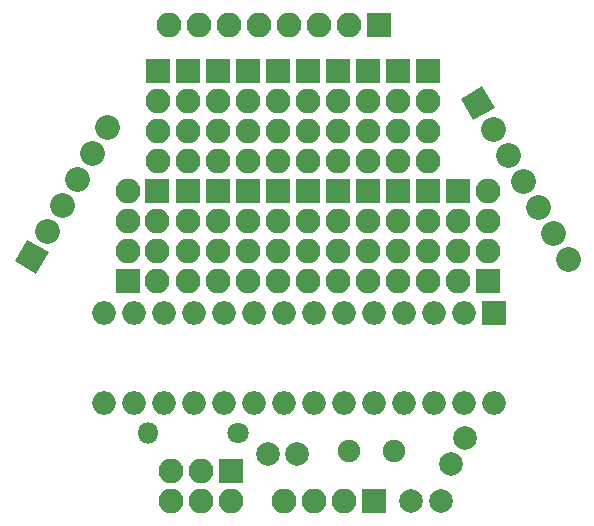
<source format=gbr>
G04 #@! TF.FileFunction,Soldermask,Bot*
%FSLAX46Y46*%
G04 Gerber Fmt 4.6, Leading zero omitted, Abs format (unit mm)*
G04 Created by KiCad (PCBNEW 4.0.7-e2-6376~58~ubuntu14.04.1) date Sat Apr 21 16:58:32 2018*
%MOMM*%
%LPD*%
G01*
G04 APERTURE LIST*
%ADD10C,0.100000*%
%ADD11C,2.100000*%
%ADD12R,2.100000X2.100000*%
%ADD13O,2.100000X2.100000*%
%ADD14C,1.800000*%
%ADD15O,1.800000X1.800000*%
%ADD16C,1.900000*%
%ADD17R,2.000000X2.000000*%
%ADD18O,2.000000X2.000000*%
%ADD19C,2.000000*%
G04 APERTURE END LIST*
D10*
G36*
X168554327Y-104255673D02*
X167504327Y-106074327D01*
X165685673Y-105024327D01*
X166735673Y-103205673D01*
X168554327Y-104255673D01*
X168554327Y-104255673D01*
G37*
D11*
X168390000Y-102440295D02*
X168390000Y-102440295D01*
X169660000Y-100240591D02*
X169660000Y-100240591D01*
X170930000Y-98040886D02*
X170930000Y-98040886D01*
X172200000Y-95841182D02*
X172200000Y-95841182D01*
X173470000Y-93641477D02*
X173470000Y-93641477D01*
D12*
X183980000Y-122760000D03*
D13*
X183980000Y-125300000D03*
X181440000Y-122760000D03*
X181440000Y-125300000D03*
X178900000Y-122760000D03*
X178900000Y-125300000D03*
D12*
X196140000Y-125340000D03*
D13*
X193600000Y-125340000D03*
X191060000Y-125340000D03*
X188520000Y-125340000D03*
D14*
X184560000Y-119600000D03*
D15*
X176940000Y-119600000D03*
D10*
G36*
X204505673Y-93084622D02*
X203455673Y-91265968D01*
X205274327Y-90215968D01*
X206324327Y-92034622D01*
X204505673Y-93084622D01*
X204505673Y-93084622D01*
G37*
D11*
X206160000Y-93850000D02*
X206160000Y-93850000D01*
X207430000Y-96049704D02*
X207430000Y-96049704D01*
X208700000Y-98249409D02*
X208700000Y-98249409D01*
X209970000Y-100449113D02*
X209970000Y-100449113D01*
X211240000Y-102648818D02*
X211240000Y-102648818D01*
X212510000Y-104848522D02*
X212510000Y-104848522D01*
D16*
X193990000Y-121100000D03*
X197790000Y-121100000D03*
D17*
X206270000Y-109390000D03*
D18*
X173250000Y-117010000D03*
X203730000Y-109390000D03*
X175790000Y-117010000D03*
X201190000Y-109390000D03*
X178330000Y-117010000D03*
X198650000Y-109390000D03*
X180870000Y-117010000D03*
X196110000Y-109390000D03*
X183410000Y-117010000D03*
X193570000Y-109390000D03*
X185950000Y-117010000D03*
X191030000Y-109390000D03*
X188490000Y-117010000D03*
X188490000Y-109390000D03*
X191030000Y-117010000D03*
X185950000Y-109390000D03*
X193570000Y-117010000D03*
X183410000Y-109390000D03*
X196110000Y-117010000D03*
X180870000Y-109390000D03*
X198650000Y-117010000D03*
X178330000Y-109390000D03*
X201190000Y-117010000D03*
X175790000Y-109390000D03*
X203730000Y-117010000D03*
X173250000Y-109390000D03*
X206270000Y-117010000D03*
D19*
X199270000Y-125340000D03*
X201770000Y-125340000D03*
X203840000Y-120000000D03*
X202590000Y-122165064D03*
X187090000Y-121380000D03*
X189590000Y-121380000D03*
D12*
X205740000Y-106680000D03*
D13*
X205740000Y-104140000D03*
X205740000Y-101600000D03*
X205740000Y-99060000D03*
D12*
X175260000Y-106680000D03*
D13*
X175260000Y-104140000D03*
X175260000Y-101600000D03*
X175260000Y-99060000D03*
D12*
X177750000Y-99060000D03*
D13*
X177750000Y-101600000D03*
X177750000Y-104140000D03*
X177750000Y-106680000D03*
D12*
X177800000Y-88900000D03*
D13*
X177800000Y-91440000D03*
X177800000Y-93980000D03*
X177800000Y-96520000D03*
D12*
X180340000Y-99060000D03*
D13*
X180340000Y-101600000D03*
X180340000Y-104140000D03*
X180340000Y-106680000D03*
D12*
X180340000Y-88900000D03*
D13*
X180340000Y-91440000D03*
X180340000Y-93980000D03*
X180340000Y-96520000D03*
D12*
X182880000Y-88900000D03*
D13*
X182880000Y-91440000D03*
X182880000Y-93980000D03*
X182880000Y-96520000D03*
D12*
X182880000Y-99060000D03*
D13*
X182880000Y-101600000D03*
X182880000Y-104140000D03*
X182880000Y-106680000D03*
D12*
X185420000Y-88900000D03*
D13*
X185420000Y-91440000D03*
X185420000Y-93980000D03*
X185420000Y-96520000D03*
D12*
X185420000Y-99060000D03*
D13*
X185420000Y-101600000D03*
X185420000Y-104140000D03*
X185420000Y-106680000D03*
D12*
X187960000Y-88900000D03*
D13*
X187960000Y-91440000D03*
X187960000Y-93980000D03*
X187960000Y-96520000D03*
D12*
X187960000Y-99060000D03*
D13*
X187960000Y-101600000D03*
X187960000Y-104140000D03*
X187960000Y-106680000D03*
D12*
X190500000Y-88900000D03*
D13*
X190500000Y-91440000D03*
X190500000Y-93980000D03*
X190500000Y-96520000D03*
D12*
X190500000Y-99060000D03*
D13*
X190500000Y-101600000D03*
X190500000Y-104140000D03*
X190500000Y-106680000D03*
D12*
X193040000Y-99060000D03*
D13*
X193040000Y-101600000D03*
X193040000Y-104140000D03*
X193040000Y-106680000D03*
D12*
X193040000Y-88900000D03*
D13*
X193040000Y-91440000D03*
X193040000Y-93980000D03*
X193040000Y-96520000D03*
D12*
X195580000Y-99060000D03*
D13*
X195580000Y-101600000D03*
X195580000Y-104140000D03*
X195580000Y-106680000D03*
D12*
X195580000Y-88900000D03*
D13*
X195580000Y-91440000D03*
X195580000Y-93980000D03*
X195580000Y-96520000D03*
D12*
X198120000Y-88900000D03*
D13*
X198120000Y-91440000D03*
X198120000Y-93980000D03*
X198120000Y-96520000D03*
D12*
X198120000Y-99060000D03*
D13*
X198120000Y-101600000D03*
X198120000Y-104140000D03*
X198120000Y-106680000D03*
D12*
X200660000Y-88900000D03*
D13*
X200660000Y-91440000D03*
X200660000Y-93980000D03*
X200660000Y-96520000D03*
D12*
X200660000Y-99060000D03*
D13*
X200660000Y-101600000D03*
X200660000Y-104140000D03*
X200660000Y-106680000D03*
D12*
X203200000Y-99060000D03*
D13*
X203200000Y-101600000D03*
X203200000Y-104140000D03*
X203200000Y-106680000D03*
D12*
X196490000Y-85010000D03*
D13*
X193950000Y-85010000D03*
X191410000Y-85010000D03*
X188870000Y-85010000D03*
X186330000Y-85010000D03*
X183790000Y-85010000D03*
X181250000Y-85010000D03*
X178710000Y-85010000D03*
M02*

</source>
